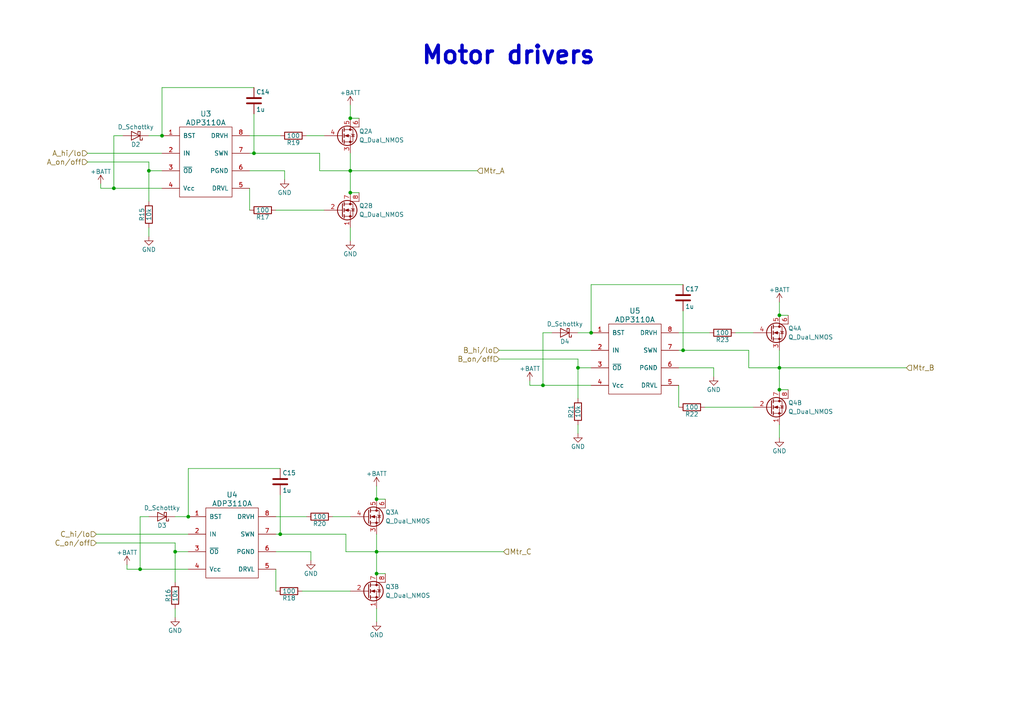
<source format=kicad_sch>
(kicad_sch (version 20211123) (generator eeschema)
  (paper "A4")
  (lib_symbols
    (symbol "ESC-rescue:+BATT" (power) (pin_names (offset 0))
      (property "Value" "+BATT" (at 0 3.556 0))
      (symbol "+BATT_0_1"
        (polyline (pts (xy -0.762 1.27) (xy 0 2.54)))
        (polyline (pts (xy 0 0) (xy 0 2.54)))
        (polyline (pts (xy 0 2.54) (xy 0.762 1.27)))
      )
      (symbol "+BATT_1_1"
        (pin power_in line (at 0 0 90) (length 0) hide (name "+BATT") (number "1"))
      )
    )
    (symbol "ESC-rescue:ADP3110A" (pin_names (offset 1.016))
      (property "Reference" "U" (at 0 13.97 0))
      (property "Value" "ADP3110A" (at 0 11.43 0))
      (symbol "ADP3110A_0_1"
        (rectangle (start -7.62 10.16) (end 7.62 -10.16))
      )
      (symbol "ADP3110A_1_1"
        (pin output line (at -12.7 7.62 0) (length 5.08) (name "BST") (number "1"))
        (pin input line (at -12.7 2.54 0) (length 5.08) (name "IN") (number "2"))
        (pin input line (at -12.7 -2.54 0) (length 5.08) (name "~{OD}") (number "3"))
        (pin power_in line (at -12.7 -7.62 0) (length 5.08) (name "Vcc") (number "4"))
        (pin output line (at 12.7 -7.62 180) (length 5.08) (name "DRVL") (number "5"))
        (pin power_in line (at 12.7 -2.54 180) (length 5.08) (name "PGND") (number "6"))
        (pin output line (at 12.7 2.54 180) (length 5.08) (name "SWN") (number "7"))
        (pin output line (at 12.7 7.62 180) (length 5.08) (name "DRVH") (number "8"))
      )
    )
    (symbol "ESC-rescue:C" (pin_numbers hide) (pin_names (offset 0.254))
      (property "Reference" "C" (at 0.635 2.54 0))
      (property "Value" "C" (at 0.635 -2.54 0))
      (symbol "C_0_1"
        (polyline (pts (xy -2.032 -0.762) (xy 2.032 -0.762)) (stroke (width 0.508)))
        (polyline (pts (xy -2.032 0.762) (xy 2.032 0.762)) (stroke (width 0.508)))
      )
      (symbol "C_1_1"
        (pin passive line (at 0 3.81 270) (length 2.794) (name "~") (number "1"))
        (pin passive line (at 0 -3.81 90) (length 2.794) (name "~") (number "2"))
      )
    )
    (symbol "ESC-rescue:D_Schottky" (pin_numbers hide) (pin_names (offset 1.016) hide)
      (property "Reference" "D" (at 0 2.54 0))
      (property "Value" "D_Schottky" (at 0 -2.54 0))
      (symbol "D_Schottky_0_1"
        (polyline (pts (xy 1.27 0) (xy -1.27 0)))
        (polyline (pts (xy 1.27 1.27) (xy 1.27 -1.27) (xy -1.27 0) (xy 1.27 1.27)) (stroke (width 0.2032)))
        (polyline (pts (xy -1.905 0.635) (xy -1.905 1.27) (xy -1.27 1.27) (xy -1.27 -1.27) (xy -0.635 -1.27) (xy -0.635 -0.635)) (stroke (width 0.2032)))
      )
      (symbol "D_Schottky_1_1"
        (pin passive line (at -3.81 0 0) (length 2.54) (name "K") (number "1"))
        (pin passive line (at 3.81 0 180) (length 2.54) (name "A") (number "2"))
      )
    )
    (symbol "ESC-rescue:GND" (power) (pin_names (offset 0))
      (property "Value" "GND" (at 0 -3.81 0))
      (symbol "GND_0_1"
        (polyline (pts (xy 0 0) (xy 0 -1.27) (xy 1.27 -1.27) (xy 0 -2.54) (xy -1.27 -1.27) (xy 0 -1.27)))
      )
      (symbol "GND_1_1"
        (pin power_in line (at 0 0 270) (length 0) hide (name "GND") (number "1"))
      )
    )
    (symbol "ESC-rescue:Q_Dual_NMOS" (pin_names (offset 0) hide)
      (property "Reference" "Q" (at 5.08 1.27 0))
      (property "Value" "Q_Dual_NMOS" (at 5.08 -1.27 0))
      (symbol "Q_Dual_NMOS_0_1"
        (polyline (pts (xy 0.0508 0) (xy 0.254 0)))
        (polyline (pts (xy 0.762 -1.778) (xy 2.54 -1.778)))
        (polyline (pts (xy 0.762 -1.27) (xy 0.762 -2.286)) (stroke (width 0.254)))
        (polyline (pts (xy 0.762 0) (xy 2.54 0)))
        (polyline (pts (xy 0.762 0.508) (xy 0.762 -0.508)) (stroke (width 0.254)))
        (polyline (pts (xy 0.762 1.778) (xy 2.54 1.778)))
        (polyline (pts (xy 0.762 2.286) (xy 0.762 1.27)) (stroke (width 0.254)))
        (polyline (pts (xy 2.54 -1.778) (xy 2.54 -2.54)))
        (polyline (pts (xy 2.54 -1.778) (xy 2.54 0)))
        (polyline (pts (xy 2.54 2.54) (xy 2.54 1.778)))
        (polyline (pts (xy 5.08 2.54) (xy 2.54 2.54)))
        (polyline (pts (xy 0.254 1.905) (xy 0.254 -1.905) (xy 0.254 -1.905)) (stroke (width 0.254)))
        (polyline (pts (xy 1.016 0) (xy 2.032 0.381) (xy 2.032 -0.381) (xy 1.016 0)) (fill (type outline)))
        (polyline (pts (xy 2.54 -1.778) (xy 3.302 -1.778) (xy 3.302 1.778) (xy 2.54 1.778)))
        (polyline (pts (xy 2.794 0.508) (xy 2.921 0.381) (xy 3.683 0.381) (xy 3.81 0.254)))
        (polyline (pts (xy 3.302 0.381) (xy 2.921 -0.254) (xy 3.683 -0.254) (xy 3.302 0.381)))
        (circle (center 1.651 0) (radius 2.8194) (stroke (width 0.254)))
        (circle (center 2.54 -1.778) (radius 0.2794) (fill (type outline)))
        (circle (center 2.54 1.778) (radius 0.2794) (fill (type outline)))
      )
      (symbol "Q_Dual_NMOS_1_1"
        (pin passive line (at 2.54 -5.08 90) (length 2.54) (name "S") (number "3"))
        (pin input line (at -5.08 0 0) (length 5.08) (name "G2") (number "4"))
        (pin passive line (at 2.54 5.08 270) (length 2.54) (name "D1") (number "5"))
        (pin passive line (at 5.08 5.08 270) (length 2.54) (name "D2") (number "6"))
      )
      (symbol "Q_Dual_NMOS_2_1"
        (pin passive line (at 2.54 -5.08 90) (length 2.54) (name "S") (number "1"))
        (pin input line (at -5.08 0 0) (length 5.08) (name "G2") (number "2"))
        (pin passive line (at 2.54 5.08 270) (length 2.54) (name "D1") (number "7"))
        (pin passive line (at 5.08 5.08 270) (length 2.54) (name "D2") (number "8"))
      )
    )
    (symbol "ESC-rescue:R" (pin_numbers hide) (pin_names (offset 0))
      (property "Reference" "R" (at 2.032 0 90))
      (property "Value" "R" (at 0 0 90))
      (symbol "R_0_1"
        (rectangle (start -1.016 -2.54) (end 1.016 2.54) (stroke (width 0.254)))
      )
      (symbol "R_1_1"
        (pin passive line (at 0 3.81 270) (length 1.27) (name "~") (number "1"))
        (pin passive line (at 0 -3.81 90) (length 1.27) (name "~") (number "2"))
      )
    )
  )
  (junction (at 171.45 96.52))
  (junction (at 73.66 44.45))
  (junction (at 101.6 34.29))
  (junction (at 109.22 144.78))
  (junction (at 46.99 39.37))
  (junction (at 109.22 160.02))
  (junction (at 40.64 165.1))
  (junction (at 50.8 160.02))
  (junction (at 101.6 55.88))
  (junction (at 198.12 101.6))
  (junction (at 54.61 149.86))
  (junction (at 157.48 111.76))
  (junction (at 226.06 106.68))
  (junction (at 33.02 54.61))
  (junction (at 81.28 154.94))
  (junction (at 109.22 166.37))
  (junction (at 167.64 106.68))
  (junction (at 226.06 113.03))
  (junction (at 226.06 91.44))
  (junction (at 101.6 49.53))
  (junction (at 43.18 49.53))
  (wire (pts (xy 101.6 55.88) (xy 104.14 55.88)))
  (wire (pts (xy 196.85 96.52) (xy 205.74 96.52)))
  (wire (pts (xy 43.18 46.99) (xy 43.18 49.53)))
  (wire (pts (xy 226.06 106.68) (xy 262.89 106.68)))
  (wire (pts (xy 40.64 149.86) (xy 40.64 165.1)))
  (wire (pts (xy 54.61 149.86) (xy 54.61 135.89)))
  (wire (pts (xy 157.48 111.76) (xy 171.45 111.76)))
  (wire (pts (xy 196.85 106.68) (xy 207.01 106.68)))
  (wire (pts (xy 101.6 49.53) (xy 101.6 55.88)))
  (wire (pts (xy 50.8 160.02) (xy 50.8 168.91)))
  (wire (pts (xy 50.8 160.02) (xy 54.61 160.02)))
  (wire (pts (xy 226.06 113.03) (xy 228.6 113.03)))
  (wire (pts (xy 109.22 160.02) (xy 109.22 166.37)))
  (wire (pts (xy 226.06 91.44) (xy 226.06 87.63)))
  (wire (pts (xy 217.17 101.6) (xy 217.17 106.68)))
  (wire (pts (xy 80.01 60.96) (xy 93.98 60.96)))
  (wire (pts (xy 81.28 143.51) (xy 81.28 154.94)))
  (wire (pts (xy 101.6 44.45) (xy 101.6 49.53)))
  (wire (pts (xy 73.66 44.45) (xy 92.71 44.45)))
  (wire (pts (xy 101.6 49.53) (xy 138.43 49.53)))
  (wire (pts (xy 80.01 165.1) (xy 80.01 171.45)))
  (wire (pts (xy 40.64 149.86) (xy 43.18 149.86)))
  (wire (pts (xy 226.06 127) (xy 226.06 123.19)))
  (wire (pts (xy 204.47 118.11) (xy 218.44 118.11)))
  (wire (pts (xy 153.67 110.49) (xy 153.67 111.76)))
  (wire (pts (xy 157.48 96.52) (xy 160.02 96.52)))
  (wire (pts (xy 196.85 101.6) (xy 198.12 101.6)))
  (wire (pts (xy 73.66 33.02) (xy 73.66 44.45)))
  (wire (pts (xy 33.02 39.37) (xy 33.02 54.61)))
  (wire (pts (xy 100.33 160.02) (xy 109.22 160.02)))
  (wire (pts (xy 167.64 106.68) (xy 167.64 115.57)))
  (wire (pts (xy 167.64 106.68) (xy 171.45 106.68)))
  (wire (pts (xy 109.22 144.78) (xy 109.22 140.97)))
  (wire (pts (xy 50.8 149.86) (xy 54.61 149.86)))
  (wire (pts (xy 96.52 149.86) (xy 101.6 149.86)))
  (wire (pts (xy 101.6 69.85) (xy 101.6 66.04)))
  (wire (pts (xy 109.22 166.37) (xy 111.76 166.37)))
  (wire (pts (xy 92.71 44.45) (xy 92.71 49.53)))
  (wire (pts (xy 33.02 39.37) (xy 35.56 39.37)))
  (wire (pts (xy 43.18 49.53) (xy 46.99 49.53)))
  (wire (pts (xy 50.8 179.07) (xy 50.8 176.53)))
  (wire (pts (xy 217.17 106.68) (xy 226.06 106.68)))
  (wire (pts (xy 36.83 163.83) (xy 36.83 165.1)))
  (wire (pts (xy 167.64 96.52) (xy 171.45 96.52)))
  (wire (pts (xy 111.76 144.78) (xy 109.22 144.78)))
  (wire (pts (xy 92.71 49.53) (xy 101.6 49.53)))
  (wire (pts (xy 72.39 39.37) (xy 81.28 39.37)))
  (wire (pts (xy 72.39 49.53) (xy 82.55 49.53)))
  (wire (pts (xy 50.8 157.48) (xy 50.8 160.02)))
  (wire (pts (xy 171.45 96.52) (xy 171.45 82.55)))
  (wire (pts (xy 46.99 25.4) (xy 73.66 25.4)))
  (wire (pts (xy 46.99 39.37) (xy 46.99 25.4)))
  (wire (pts (xy 87.63 171.45) (xy 101.6 171.45)))
  (wire (pts (xy 171.45 82.55) (xy 198.12 82.55)))
  (wire (pts (xy 80.01 160.02) (xy 90.17 160.02)))
  (wire (pts (xy 81.28 154.94) (xy 100.33 154.94)))
  (wire (pts (xy 109.22 154.94) (xy 109.22 160.02)))
  (wire (pts (xy 167.64 125.73) (xy 167.64 123.19)))
  (wire (pts (xy 43.18 49.53) (xy 43.18 58.42)))
  (wire (pts (xy 36.83 165.1) (xy 40.64 165.1)))
  (wire (pts (xy 43.18 46.99) (xy 25.4 46.99)))
  (wire (pts (xy 207.01 106.68) (xy 207.01 109.22)))
  (wire (pts (xy 90.17 160.02) (xy 90.17 162.56)))
  (wire (pts (xy 33.02 54.61) (xy 46.99 54.61)))
  (wire (pts (xy 50.8 157.48) (xy 27.94 157.48)))
  (wire (pts (xy 46.99 44.45) (xy 25.4 44.45)))
  (wire (pts (xy 54.61 154.94) (xy 27.94 154.94)))
  (wire (pts (xy 88.9 39.37) (xy 93.98 39.37)))
  (wire (pts (xy 104.14 34.29) (xy 101.6 34.29)))
  (wire (pts (xy 153.67 111.76) (xy 157.48 111.76)))
  (wire (pts (xy 157.48 96.52) (xy 157.48 111.76)))
  (wire (pts (xy 226.06 106.68) (xy 226.06 113.03)))
  (wire (pts (xy 167.64 104.14) (xy 144.78 104.14)))
  (wire (pts (xy 109.22 180.34) (xy 109.22 176.53)))
  (wire (pts (xy 100.33 154.94) (xy 100.33 160.02)))
  (wire (pts (xy 80.01 149.86) (xy 88.9 149.86)))
  (wire (pts (xy 29.21 54.61) (xy 33.02 54.61)))
  (wire (pts (xy 196.85 111.76) (xy 196.85 118.11)))
  (wire (pts (xy 43.18 39.37) (xy 46.99 39.37)))
  (wire (pts (xy 101.6 34.29) (xy 101.6 30.48)))
  (wire (pts (xy 167.64 104.14) (xy 167.64 106.68)))
  (wire (pts (xy 80.01 154.94) (xy 81.28 154.94)))
  (wire (pts (xy 198.12 90.17) (xy 198.12 101.6)))
  (wire (pts (xy 213.36 96.52) (xy 218.44 96.52)))
  (wire (pts (xy 82.55 49.53) (xy 82.55 52.07)))
  (wire (pts (xy 226.06 101.6) (xy 226.06 106.68)))
  (wire (pts (xy 72.39 44.45) (xy 73.66 44.45)))
  (wire (pts (xy 228.6 91.44) (xy 226.06 91.44)))
  (wire (pts (xy 40.64 165.1) (xy 54.61 165.1)))
  (wire (pts (xy 54.61 135.89) (xy 81.28 135.89)))
  (wire (pts (xy 198.12 101.6) (xy 217.17 101.6)))
  (wire (pts (xy 43.18 68.58) (xy 43.18 66.04)))
  (wire (pts (xy 72.39 54.61) (xy 72.39 60.96)))
  (wire (pts (xy 171.45 101.6) (xy 144.78 101.6)))
  (wire (pts (xy 109.22 160.02) (xy 146.05 160.02)))
  (wire (pts (xy 29.21 53.34) (xy 29.21 54.61)))
  (text "Motor drivers" (at 121.92 19.05 0) (effects (font (size 5.0038 5.0038) (thickness 1.0008) bold) (justify left bottom)))
  (hierarchical_label "Mtr_A" (shape input) (at 138.43 49.53 0) (effects (font (size 1.524 1.524))))
  (hierarchical_label "C_on/off" (shape input) (at 27.94 157.48 180) (effects (font (size 1.524 1.524))))
  (hierarchical_label "B_on/off" (shape input) (at 144.78 104.14 180) (effects (font (size 1.524 1.524))))
  (hierarchical_label "C_hi/lo" (shape input) (at 27.94 154.94 180) (effects (font (size 1.524 1.524))))
  (hierarchical_label "B_hi/lo" (shape input) (at 144.78 101.6 180) (effects (font (size 1.524 1.524))))
  (hierarchical_label "A_on/off" (shape input) (at 25.4 46.99 180) (effects (font (size 1.524 1.524))))
  (hierarchical_label "Mtr_B" (shape input) (at 262.89 106.68 0) (effects (font (size 1.524 1.524))))
  (hierarchical_label "A_hi/lo" (shape input) (at 25.4 44.45 180) (effects (font (size 1.524 1.524))))
  (hierarchical_label "Mtr_C" (shape input) (at 146.05 160.02 0) (effects (font (size 1.524 1.524))))
  (symbol (lib_id "ESC-rescue:ADP3110A") (at 59.69 46.99 0) (unit 1)
    (property "Reference" "U3" (at 59.69 33.02 0) (effects (font (size 1.524 1.524))))
    (property "Value" "ADP3110A" (at 59.69 35.56 0) (effects (font (size 1.524 1.524))))
    (property "Footprint" "Housings_SOIC:SOIC-8_3.9x4.9mm_Pitch1.27mm" (effects hide))
  )
  (symbol (lib_id "ESC-rescue:+BATT") (at 29.21 53.34 0) (unit 1)
    (property "Reference" "#PWR012" (effects hide))
    (property "Value" "+BATT" (at 29.21 49.784 0))
  )
  (symbol (lib_id "ESC-rescue:GND") (at 82.55 52.07 0) (unit 1)
    (property "Reference" "#PWR013" (effects hide))
    (property "Value" "GND" (at 82.55 55.88 0))
  )
  (symbol (lib_id "ESC-rescue:D_Schottky") (at 39.37 39.37 180) (unit 1)
    (property "Reference" "D2" (at 39.37 41.91 0))
    (property "Value" "D_Schottky" (at 39.37 36.83 0))
    (property "Footprint" "Diodes_SMD:D_0603" (effects hide))
  )
  (symbol (lib_id "ESC-rescue:C") (at 73.66 29.21 0) (unit 1)
    (property "Reference" "C14" (at 74.295 26.67 0) (effects (justify left)))
    (property "Value" "1u" (at 74.295 31.75 0) (effects (justify left)))
    (property "Footprint" "Capacitors_SMD:C_0603_HandSoldering" (effects hide))
  )
  (symbol (lib_id "ESC-rescue:R") (at 85.09 39.37 270) (unit 1)
    (property "Reference" "R19" (at 85.09 41.402 90))
    (property "Value" "100" (at 85.09 39.37 90))
    (property "Footprint" "Resistors_SMD:R_0603_HandSoldering" (effects hide))
  )
  (symbol (lib_id "ESC-rescue:R") (at 76.2 60.96 270) (unit 1)
    (property "Reference" "R17" (at 76.2 62.992 90))
    (property "Value" "100" (at 76.2 60.96 90))
    (property "Footprint" "Resistors_SMD:R_0603_HandSoldering" (effects hide))
  )
  (symbol (lib_id "ESC-rescue:R") (at 43.18 62.23 180) (unit 1)
    (property "Reference" "R15" (at 41.148 62.23 90))
    (property "Value" "10k" (at 43.18 62.23 90))
    (property "Footprint" "Resistors_SMD:R_0603_HandSoldering" (effects hide))
  )
  (symbol (lib_id "ESC-rescue:GND") (at 43.18 68.58 0) (unit 1)
    (property "Reference" "#PWR014" (effects hide))
    (property "Value" "GND" (at 43.18 72.39 0))
  )
  (symbol (lib_id "ESC-rescue:+BATT") (at 101.6 30.48 0) (unit 1)
    (property "Reference" "#PWR015" (effects hide))
    (property "Value" "+BATT" (at 101.6 26.924 0))
  )
  (symbol (lib_id "ESC-rescue:GND") (at 101.6 69.85 0) (unit 1)
    (property "Reference" "#PWR016" (effects hide))
    (property "Value" "GND" (at 101.6 73.66 0))
  )
  (symbol (lib_id "ESC-rescue:Q_Dual_NMOS") (at 99.06 39.37 0) (unit 1)
    (property "Reference" "Q2" (at 104.14 38.1 0) (effects (justify left)))
    (property "Value" "Q_Dual_NMOS" (at 104.14 40.64 0) (effects (justify left)))
    (property "Footprint" "Housings_SOIC:SOIC-8_3.9x4.9mm_Pitch1.27mm" (effects hide))
  )
  (symbol (lib_id "ESC-rescue:Q_Dual_NMOS") (at 99.06 60.96 0) (unit 2)
    (property "Reference" "Q2" (at 104.14 59.69 0) (effects (justify left)))
    (property "Value" "Q_Dual_NMOS" (at 104.14 62.23 0) (effects (justify left)))
    (property "Footprint" "Housings_SOIC:SOIC-8_3.9x4.9mm_Pitch1.27mm" (effects hide))
  )
  (symbol (lib_id "ESC-rescue:ADP3110A") (at 184.15 104.14 0) (unit 1)
    (property "Reference" "U5" (at 184.15 90.17 0) (effects (font (size 1.524 1.524))))
    (property "Value" "ADP3110A" (at 184.15 92.71 0) (effects (font (size 1.524 1.524))))
    (property "Footprint" "Housings_SOIC:SOIC-8_3.9x4.9mm_Pitch1.27mm" (effects hide))
  )
  (symbol (lib_id "ESC-rescue:+BATT") (at 153.67 110.49 0) (unit 1)
    (property "Reference" "#PWR017" (effects hide))
    (property "Value" "+BATT" (at 153.67 106.934 0))
  )
  (symbol (lib_id "ESC-rescue:GND") (at 207.01 109.22 0) (unit 1)
    (property "Reference" "#PWR018" (effects hide))
    (property "Value" "GND" (at 207.01 113.03 0))
  )
  (symbol (lib_id "ESC-rescue:D_Schottky") (at 163.83 96.52 180) (unit 1)
    (property "Reference" "D4" (at 163.83 99.06 0))
    (property "Value" "D_Schottky" (at 163.83 93.98 0))
    (property "Footprint" "Diodes_SMD:D_0603" (effects hide))
  )
  (symbol (lib_id "ESC-rescue:C") (at 198.12 86.36 0) (unit 1)
    (property "Reference" "C17" (at 198.755 83.82 0) (effects (justify left)))
    (property "Value" "1u" (at 198.755 88.9 0) (effects (justify left)))
    (property "Footprint" "Capacitors_SMD:C_0603_HandSoldering" (effects hide))
  )
  (symbol (lib_id "ESC-rescue:R") (at 209.55 96.52 270) (unit 1)
    (property "Reference" "R23" (at 209.55 98.552 90))
    (property "Value" "100" (at 209.55 96.52 90))
    (property "Footprint" "Resistors_SMD:R_0603_HandSoldering" (effects hide))
  )
  (symbol (lib_id "ESC-rescue:R") (at 200.66 118.11 270) (unit 1)
    (property "Reference" "R22" (at 200.66 120.142 90))
    (property "Value" "100" (at 200.66 118.11 90))
    (property "Footprint" "Resistors_SMD:R_0603_HandSoldering" (effects hide))
  )
  (symbol (lib_id "ESC-rescue:R") (at 167.64 119.38 180) (unit 1)
    (property "Reference" "R21" (at 165.608 119.38 90))
    (property "Value" "10k" (at 167.64 119.38 90))
    (property "Footprint" "Resistors_SMD:R_0603_HandSoldering" (effects hide))
  )
  (symbol (lib_id "ESC-rescue:GND") (at 167.64 125.73 0) (unit 1)
    (property "Reference" "#PWR019" (effects hide))
    (property "Value" "GND" (at 167.64 129.54 0))
  )
  (symbol (lib_id "ESC-rescue:+BATT") (at 226.06 87.63 0) (unit 1)
    (property "Reference" "#PWR020" (effects hide))
    (property "Value" "+BATT" (at 226.06 84.074 0))
  )
  (symbol (lib_id "ESC-rescue:GND") (at 226.06 127 0) (unit 1)
    (property "Reference" "#PWR021" (effects hide))
    (property "Value" "GND" (at 226.06 130.81 0))
  )
  (symbol (lib_id "ESC-rescue:Q_Dual_NMOS") (at 223.52 96.52 0) (unit 1)
    (property "Reference" "Q4" (at 228.6 95.25 0) (effects (justify left)))
    (property "Value" "Q_Dual_NMOS" (at 228.6 97.79 0) (effects (justify left)))
    (property "Footprint" "Housings_SOIC:SOIC-8_3.9x4.9mm_Pitch1.27mm" (effects hide))
  )
  (symbol (lib_id "ESC-rescue:Q_Dual_NMOS") (at 223.52 118.11 0) (unit 2)
    (property "Reference" "Q4" (at 228.6 116.84 0) (effects (justify left)))
    (property "Value" "Q_Dual_NMOS" (at 228.6 119.38 0) (effects (justify left)))
    (property "Footprint" "Housings_SOIC:SOIC-8_3.9x4.9mm_Pitch1.27mm" (effects hide))
  )
  (symbol (lib_id "ESC-rescue:ADP3110A") (at 67.31 157.48 0) (unit 1)
    (property "Reference" "U4" (at 67.31 143.51 0) (effects (font (size 1.524 1.524))))
    (property "Value" "ADP3110A" (at 67.31 146.05 0) (effects (font (size 1.524 1.524))))
    (property "Footprint" "Housings_SOIC:SOIC-8_3.9x4.9mm_Pitch1.27mm" (effects hide))
  )
  (symbol (lib_id "ESC-rescue:+BATT") (at 36.83 163.83 0) (unit 1)
    (property "Reference" "#PWR022" (effects hide))
    (property "Value" "+BATT" (at 36.83 160.274 0))
  )
  (symbol (lib_id "ESC-rescue:GND") (at 90.17 162.56 0) (unit 1)
    (property "Reference" "#PWR023" (effects hide))
    (property "Value" "GND" (at 90.17 166.37 0))
  )
  (symbol (lib_id "ESC-rescue:D_Schottky") (at 46.99 149.86 180) (unit 1)
    (property "Reference" "D3" (at 46.99 152.4 0))
    (property "Value" "D_Schottky" (at 46.99 147.32 0))
    (property "Footprint" "Diodes_SMD:D_0603" (effects hide))
  )
  (symbol (lib_id "ESC-rescue:C") (at 81.28 139.7 0) (unit 1)
    (property "Reference" "C15" (at 81.915 137.16 0) (effects (justify left)))
    (property "Value" "1u" (at 81.915 142.24 0) (effects (justify left)))
    (property "Footprint" "Capacitors_SMD:C_0603_HandSoldering" (effects hide))
  )
  (symbol (lib_id "ESC-rescue:R") (at 92.71 149.86 270) (unit 1)
    (property "Reference" "R20" (at 92.71 151.892 90))
    (property "Value" "100" (at 92.71 149.86 90))
    (property "Footprint" "Resistors_SMD:R_0603_HandSoldering" (effects hide))
  )
  (symbol (lib_id "ESC-rescue:R") (at 83.82 171.45 270) (unit 1)
    (property "Reference" "R18" (at 83.82 173.482 90))
    (property "Value" "100" (at 83.82 171.45 90))
    (property "Footprint" "Resistors_SMD:R_0603_HandSoldering" (effects hide))
  )
  (symbol (lib_id "ESC-rescue:R") (at 50.8 172.72 180) (unit 1)
    (property "Reference" "R16" (at 48.768 172.72 90))
    (property "Value" "10k" (at 50.8 172.72 90))
    (property "Footprint" "Resistors_SMD:R_0603_HandSoldering" (effects hide))
  )
  (symbol (lib_id "ESC-rescue:GND") (at 50.8 179.07 0) (unit 1)
    (property "Reference" "#PWR024" (effects hide))
    (property "Value" "GND" (at 50.8 182.88 0))
  )
  (symbol (lib_id "ESC-rescue:+BATT") (at 109.22 140.97 0) (unit 1)
    (property "Reference" "#PWR025" (effects hide))
    (property "Value" "+BATT" (at 109.22 137.414 0))
  )
  (symbol (lib_id "ESC-rescue:GND") (at 109.22 180.34 0) (unit 1)
    (property "Reference" "#PWR026" (effects hide))
    (property "Value" "GND" (at 109.22 184.15 0))
  )
  (symbol (lib_id "ESC-rescue:Q_Dual_NMOS") (at 106.68 149.86 0) (unit 1)
    (property "Reference" "Q3" (at 111.76 148.59 0) (effects (justify left)))
    (property "Value" "Q_Dual_NMOS" (at 111.76 151.13 0) (effects (justify left)))
    (property "Footprint" "Housings_SOIC:SOIC-8_3.9x4.9mm_Pitch1.27mm" (effects hide))
  )
  (symbol (lib_id "ESC-rescue:Q_Dual_NMOS") (at 106.68 171.45 0) (unit 2)
    (property "Reference" "Q3" (at 111.76 170.18 0) (effects (justify left)))
    (property "Value" "Q_Dual_NMOS" (at 111.76 172.72 0) (effects (justify left)))
    (property "Footprint" "Housings_SOIC:SOIC-8_3.9x4.9mm_Pitch1.27mm" (effects hide))
  )
)
</source>
